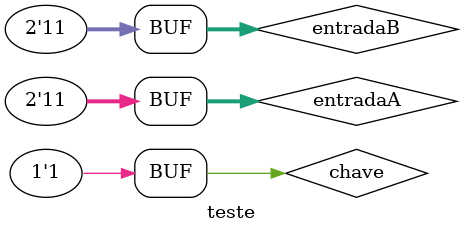
<source format=v>
module maior(output s, input[1:0] a, input[1:0] b, input chave);
	wire notc, notd;
	not N1(notc,b[1]);
	not N2(notd,b[0]);
	wire anda, andb, andc, andd;
	and A1(anda,a[0],notc,notd);
	and A2(andb,a[1],notc,notd);
	and A3(andc,a[1],notc,b[0]);
	and A4(andd,a[1],a[0],b[1],notd);
	wire ora;
	or O1(ora,anda,andb,andc,andd);
	wire andMaior, andMenor, chaveN, oraN;
	not N3(oraN,ora);
	not N4(chaveN,chave);
	and A5(andMaior,ora,chaveN);	
	and A6(andMenor,oraN,chave);
	or  O2(s,andMenor,andMaior);
endmodule

module teste;
	wire saida;
	reg[1:0] entradaA, entradaB;
	reg chave;
	maior M(saida,entradaA,entradaB,chave);
	initial begin
		#1 $display("0=entradaA>entradaB    1=entradaA<=entradaB");
		   $display("Mostrando para chave=0");
		#1 entradaA=2'b00; entradaB=2'b00; chave=0;
		#1 $monitor("A=%2b B=%2b Chave=%b Saida=%b",entradaA,entradaB,chave,saida);
		#1 entradaA=2'b00; entradaB=2'b00; chave=0;
		#1 entradaA=2'b00; entradaB=2'b01; chave=0;
		#1 entradaA=2'b00; entradaB=2'b10; chave=0;
		#1 entradaA=2'b00; entradaB=2'b11; chave=0;
		#1 entradaA=2'b01; entradaB=2'b00; chave=0;
		#1 entradaA=2'b01; entradaB=2'b01; chave=0;
		#1 entradaA=2'b01; entradaB=2'b10; chave=0;
		#1 entradaA=2'b01; entradaB=2'b11; chave=0;
		#1 entradaA=2'b10; entradaB=2'b00; chave=0;
		#1 entradaA=2'b10; entradaB=2'b01; chave=0;
		#1 entradaA=2'b10; entradaB=2'b10; chave=0;
		#1 entradaA=2'b10; entradaB=2'b11; chave=0;
		#1 entradaA=2'b11; entradaB=2'b00; chave=0;
		#1 entradaA=2'b11; entradaB=2'b01; chave=0;
		#1 entradaA=2'b11; entradaB=2'b10; chave=0;
		#1 entradaA=2'b11; entradaB=2'b11; chave=0;

		#1 $display("Mostrando para chave=1");
		#1 entradaA=2'b00; entradaB=2'b00; chave=1;
		#1 entradaA=2'b00; entradaB=2'b00; chave=1;
		#1 entradaA=2'b00; entradaB=2'b01; chave=1;
		#1 entradaA=2'b00; entradaB=2'b10; chave=1;
		#1 entradaA=2'b00; entradaB=2'b11; chave=1;
		#1 entradaA=2'b01; entradaB=2'b00; chave=1;
		#1 entradaA=2'b01; entradaB=2'b01; chave=1;
		#1 entradaA=2'b01; entradaB=2'b10; chave=1;
		#1 entradaA=2'b01; entradaB=2'b11; chave=1;
		#1 entradaA=2'b10; entradaB=2'b00; chave=1;
		#1 entradaA=2'b10; entradaB=2'b01; chave=1;
		#1 entradaA=2'b10; entradaB=2'b10; chave=1;
		#1 entradaA=2'b10; entradaB=2'b11; chave=1;
		#1 entradaA=2'b11; entradaB=2'b00; chave=1;
		#1 entradaA=2'b11; entradaB=2'b01; chave=1;
		#1 entradaA=2'b11; entradaB=2'b10; chave=1;
		#1 entradaA=2'b11; entradaB=2'b11; chave=1;

	end
endmodule

</source>
